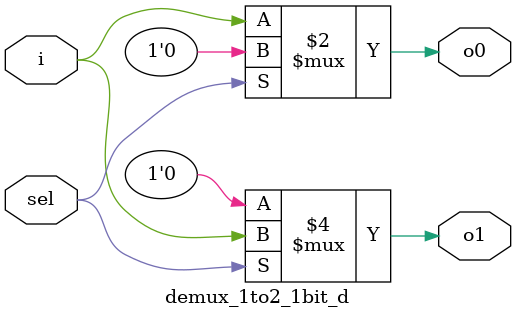
<source format=v>
module demux_1to2_1bit_d(
    input wire i,
    input wire sel,
    output o0,
    output o1
);

    assign o0 = (sel == 1'b0) ? i : 1'b0;
    assign o1 = (sel == 1'b1) ? i : 1'b0;

endmodule


</source>
